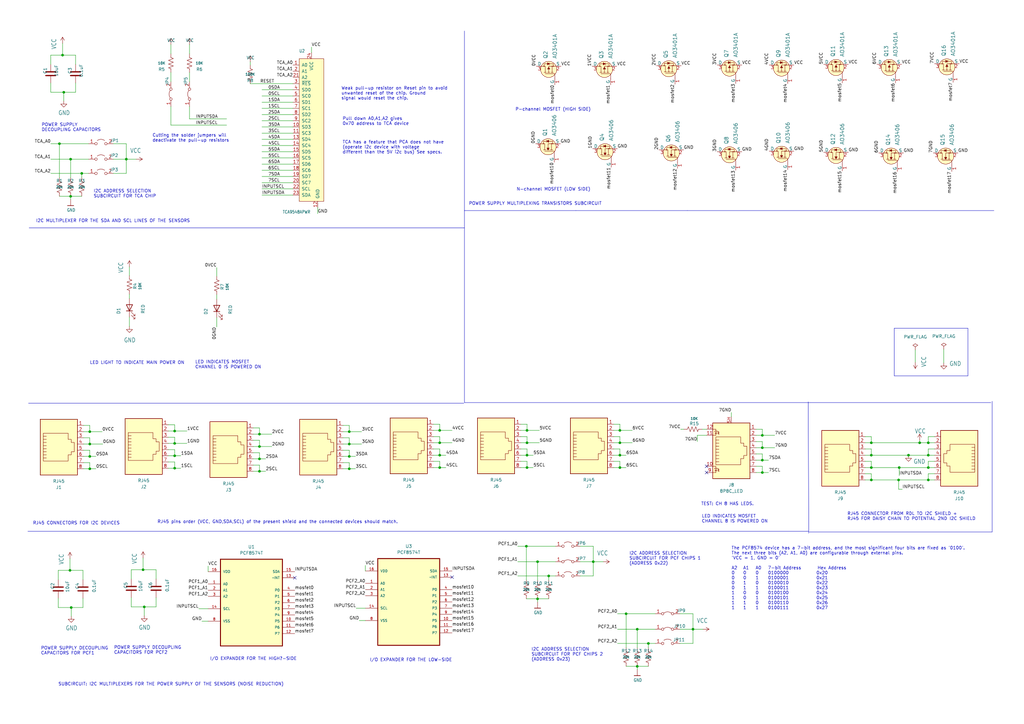
<source format=kicad_sch>
(kicad_sch (version 20230121) (generator eeschema)
  (paper "A3")
  (title_block (title "WIRED PROJECT - I2C SHIELD") (date "2024-03-15") (rev "RevA4") (company "JERICHO LABORATORY INC."))
  (junction (at 357.378 191.77))
  (junction (at 312.674 183.642))
  (junction (at 216.154 191.77))
  (junction (at 29.21 249.174))
  (junction (at 26.162 37.846))
  (junction (at 59.182 248.92))
  (junction (at 36.83 187.198))
  (junction (at 51.816 65.278))
  (junction (at 24.384 58.928))
  (junction (at 71.628 176.784))
  (junction (at 357.378 181.61))
  (junction (at 254.254 186.69))
  (junction (at 380.746 181.61))
  (junction (at 106.426 188.214))
  (junction (at 58.674 233.68))
  (junction (at 36.83 182.118))
  (junction (at 28.956 65.278))
  (junction (at 377.19 181.61))
  (junction (at 265.938 263.906))
  (junction (at 28.702 233.934))
  (junction (at 25.654 22.606))
  (junction (at 225.044 236.22))
  (junction (at 33.528 71.12))
  (junction (at 256.794 251.714))
  (junction (at 368.808 191.77))
  (junction (at 368.554 196.85))
  (junction (at 261.366 273.304))
  (junction (at 106.426 193.294))
  (junction (at 380.746 196.85))
  (junction (at 143.256 177.038))
  (junction (at 261.366 258.064))
  (junction (at 312.674 188.722))
  (junction (at 380.746 186.69))
  (junction (at 180.34 181.61))
  (junction (at 284.226 258.064))
  (junction (at 312.674 178.562))
  (junction (at 71.628 192.024))
  (junction (at 143.256 192.278))
  (junction (at 357.378 196.85))
  (junction (at 28.956 80.518))
  (junction (at 372.618 186.69))
  (junction (at 254.254 191.77))
  (junction (at 312.674 193.802))
  (junction (at 215.9 224.028))
  (junction (at 71.628 181.864))
  (junction (at 254.254 176.53))
  (junction (at 180.34 176.53))
  (junction (at 71.628 186.944))
  (junction (at 180.34 191.77))
  (junction (at 143.256 182.118))
  (junction (at 254.254 181.61))
  (junction (at 220.472 230.378))
  (junction (at 106.426 183.134))
  (junction (at 243.332 230.378))
  (junction (at 36.83 192.278))
  (junction (at 220.472 245.618))
  (junction (at 216.154 181.61))
  (junction (at 180.34 186.69))
  (junction (at 357.378 186.69))
  (junction (at 216.154 176.53))
  (junction (at 36.83 177.038))
  (junction (at 380.746 191.77))
  (junction (at 143.256 187.198))
  (junction (at 216.154 186.69))
  (junction (at 106.426 178.054))
  (no_connect (at 120.904 236.982))
  (no_connect (at 289.814 191.262))
  (no_connect (at 289.814 193.802))
  (no_connect (at 185.42 236.728))
  (wire (pts (xy 20.828 58.928) (xy 24.384 58.928)))
  (wire (pts (xy 368.808 195.072) (xy 368.808 191.77)))
  (wire (pts (xy 377.19 181.61) (xy 380.746 181.61)))
  (polyline (pts (xy 331.978 218.186) (xy 406.908 218.186)))
  (wire (pts (xy 383.286 191.77) (xy 380.746 191.77)))
  (wire (pts (xy 29.21 249.174) (xy 34.036 249.174)))
  (wire (pts (xy 92.964 48.768) (xy 77.724 48.768)))
  (wire (pts (xy 33.528 71.12) (xy 36.322 71.12)))
  (wire (pts (xy 28.956 80.518) (xy 28.956 81.788)))
  (wire (pts (xy 46.482 65.278) (xy 51.816 65.278)))
  (wire (pts (xy 20.828 34.036) (xy 20.828 37.846)))
  (polyline (pts (xy 190.5 86.36) (xy 190.5 165.1)))
  (wire (pts (xy 380.746 186.69) (xy 380.746 184.15)))
  (wire (pts (xy 383.286 181.61) (xy 380.746 181.61)))
  (wire (pts (xy 103.886 193.294) (xy 106.426 193.294)))
  (wire (pts (xy 34.036 237.744) (xy 34.036 233.934)))
  (wire (pts (xy 216.154 186.69) (xy 216.154 184.15)))
  (wire (pts (xy 375.412 143.51) (xy 375.412 148.59)))
  (wire (pts (xy 143.256 182.118) (xy 148.336 182.118)))
  (wire (pts (xy 107.442 72.39) (xy 120.142 72.39)))
  (wire (pts (xy 278.892 258.064) (xy 284.226 258.064)))
  (wire (pts (xy 357.378 181.61) (xy 377.19 181.61)))
  (wire (pts (xy 81.534 249.682) (xy 85.344 249.682)))
  (wire (pts (xy 284.226 263.906) (xy 278.892 263.906)))
  (polyline (pts (xy 11.684 165.354) (xy 190.246 165.354)))
  (wire (pts (xy 92.964 51.308) (xy 70.104 51.308)))
  (wire (pts (xy 103.886 183.134) (xy 106.426 183.134)))
  (wire (pts (xy 237.998 230.378) (xy 243.332 230.378)))
  (wire (pts (xy 212.344 236.22) (xy 225.044 236.22)))
  (wire (pts (xy 107.442 67.31) (xy 120.142 67.31)))
  (wire (pts (xy 34.036 233.934) (xy 28.702 233.934)))
  (polyline (pts (xy 190.5 12.7) (xy 190.5 86.36)))
  (wire (pts (xy 357.378 196.85) (xy 357.378 194.31)))
  (wire (pts (xy 140.716 179.578) (xy 143.256 179.578)))
  (wire (pts (xy 28.956 80.518) (xy 33.528 80.518)))
  (wire (pts (xy 357.378 186.69) (xy 357.378 184.15)))
  (wire (pts (xy 71.628 181.864) (xy 71.628 179.324)))
  (wire (pts (xy 243.332 230.378) (xy 247.396 230.378)))
  (wire (pts (xy 383.286 196.85) (xy 380.746 196.85)))
  (wire (pts (xy 180.34 186.69) (xy 182.88 186.69)))
  (wire (pts (xy 368.554 196.85) (xy 380.746 196.85)))
  (wire (pts (xy 312.674 183.642) (xy 312.674 181.102)))
  (wire (pts (xy 106.426 183.134) (xy 111.506 183.134)))
  (wire (pts (xy 237.998 224.028) (xy 243.332 224.028)))
  (wire (pts (xy 254.254 186.69) (xy 254.254 184.15)))
  (wire (pts (xy 106.426 190.754) (xy 103.886 190.754)))
  (wire (pts (xy 107.442 69.85) (xy 120.142 69.85)))
  (wire (pts (xy 34.036 249.174) (xy 34.036 245.364)))
  (wire (pts (xy 107.442 36.83) (xy 120.142 36.83)))
  (wire (pts (xy 177.8 191.77) (xy 180.34 191.77)))
  (wire (pts (xy 140.716 192.278) (xy 143.256 192.278)))
  (wire (pts (xy 279.146 176.022) (xy 280.416 176.022)))
  (wire (pts (xy 357.378 181.61) (xy 357.378 179.07)))
  (wire (pts (xy 103.886 188.214) (xy 106.426 188.214)))
  (wire (pts (xy 254.254 184.15) (xy 251.714 184.15)))
  (wire (pts (xy 286.004 181.102) (xy 286.004 178.562)))
  (wire (pts (xy 103.886 178.054) (xy 106.426 178.054)))
  (polyline (pts (xy 406.908 164.592) (xy 406.908 218.186)))
  (wire (pts (xy 180.34 189.23) (xy 177.8 189.23)))
  (wire (pts (xy 216.154 191.77) (xy 216.154 189.23)))
  (wire (pts (xy 28.702 229.108) (xy 28.702 233.934)))
  (wire (pts (xy 243.332 230.378) (xy 243.332 236.22)))
  (wire (pts (xy 33.528 71.12) (xy 33.528 72.898)))
  (wire (pts (xy 251.714 176.53) (xy 254.254 176.53)))
  (wire (pts (xy 107.442 39.37) (xy 120.142 39.37)))
  (wire (pts (xy 107.442 80.01) (xy 120.142 80.01)))
  (wire (pts (xy 284.226 258.064) (xy 288.29 258.064)))
  (wire (pts (xy 69.088 181.864) (xy 71.628 181.864)))
  (wire (pts (xy 220.472 230.378) (xy 227.838 230.378)))
  (wire (pts (xy 354.838 181.61) (xy 357.378 181.61)))
  (wire (pts (xy 71.628 186.944) (xy 71.628 184.404)))
  (wire (pts (xy 34.29 192.278) (xy 36.83 192.278)))
  (wire (pts (xy 30.988 37.846) (xy 30.988 34.036)))
  (wire (pts (xy 354.838 191.77) (xy 357.378 191.77)))
  (wire (pts (xy 180.34 181.61) (xy 180.34 179.07)))
  (wire (pts (xy 107.442 62.23) (xy 120.142 62.23)))
  (wire (pts (xy 106.426 188.214) (xy 108.966 188.214)))
  (wire (pts (xy 380.746 194.31) (xy 383.286 194.31)))
  (wire (pts (xy 220.472 245.618) (xy 220.472 246.888)))
  (wire (pts (xy 127.762 19.304) (xy 127.762 21.59)))
  (wire (pts (xy 225.044 236.22) (xy 227.838 236.22)))
  (wire (pts (xy 216.154 176.53) (xy 221.234 176.53)))
  (wire (pts (xy 71.628 186.944) (xy 74.168 186.944)))
  (wire (pts (xy 284.226 258.064) (xy 284.226 263.906)))
  (wire (pts (xy 310.134 183.642) (xy 312.674 183.642)))
  (wire (pts (xy 312.674 188.722) (xy 315.214 188.722)))
  (wire (pts (xy 254.254 181.61) (xy 259.334 181.61)))
  (wire (pts (xy 59.182 248.92) (xy 59.182 252.476)))
  (wire (pts (xy 387.096 143.256) (xy 387.096 148.844)))
  (wire (pts (xy 180.34 191.77) (xy 182.88 191.77)))
  (wire (pts (xy 46.482 58.928) (xy 51.816 58.928)))
  (wire (pts (xy 215.9 237.998) (xy 215.9 224.028)))
  (wire (pts (xy 357.378 196.85) (xy 368.554 196.85)))
  (wire (pts (xy 180.34 184.15) (xy 177.8 184.15)))
  (wire (pts (xy 36.83 189.738) (xy 34.29 189.738)))
  (wire (pts (xy 225.044 236.22) (xy 225.044 237.998)))
  (wire (pts (xy 143.256 192.278) (xy 143.256 189.738)))
  (wire (pts (xy 102.616 25.4) (xy 102.616 26.67)))
  (wire (pts (xy 71.628 192.024) (xy 71.628 189.484)))
  (wire (pts (xy 312.674 191.262) (xy 310.134 191.262)))
  (wire (pts (xy 20.828 22.606) (xy 20.828 26.416)))
  (polyline (pts (xy 236.22 86.36) (xy 281.94 86.36)))
  (wire (pts (xy 147.32 254.508) (xy 149.86 254.508)))
  (wire (pts (xy 372.618 186.69) (xy 380.746 186.69)))
  (wire (pts (xy 36.83 187.198) (xy 36.83 184.658)))
  (wire (pts (xy 254.254 186.69) (xy 256.794 186.69)))
  (wire (pts (xy 213.614 186.69) (xy 216.154 186.69)))
  (wire (pts (xy 180.34 181.61) (xy 185.42 181.61)))
  (wire (pts (xy 140.716 182.118) (xy 143.256 182.118)))
  (wire (pts (xy 51.816 65.278) (xy 55.88 65.278)))
  (wire (pts (xy 53.848 233.68) (xy 53.848 237.49)))
  (wire (pts (xy 77.724 48.768) (xy 77.724 43.688)))
  (wire (pts (xy 71.628 184.404) (xy 69.088 184.404)))
  (wire (pts (xy 357.378 194.31) (xy 354.838 194.31)))
  (wire (pts (xy 30.988 26.416) (xy 30.988 22.606)))
  (wire (pts (xy 107.442 54.61) (xy 120.142 54.61)))
  (wire (pts (xy 357.378 191.77) (xy 368.808 191.77)))
  (wire (pts (xy 23.876 249.174) (xy 29.21 249.174)))
  (wire (pts (xy 103.886 180.594) (xy 106.426 180.594)))
  (wire (pts (xy 143.256 177.038) (xy 148.336 177.038)))
  (wire (pts (xy 28.702 233.934) (xy 23.876 233.934)))
  (wire (pts (xy 24.384 58.928) (xy 36.322 58.928)))
  (wire (pts (xy 71.628 176.784) (xy 76.708 176.784)))
  (wire (pts (xy 354.838 179.07) (xy 357.378 179.07)))
  (wire (pts (xy 256.794 251.714) (xy 268.732 251.714)))
  (wire (pts (xy 357.378 191.77) (xy 357.378 189.23)))
  (wire (pts (xy 34.29 177.038) (xy 36.83 177.038)))
  (wire (pts (xy 251.714 173.99) (xy 254.254 173.99)))
  (wire (pts (xy 254.254 176.53) (xy 254.254 173.99)))
  (wire (pts (xy 383.286 184.15) (xy 380.746 184.15)))
  (wire (pts (xy 220.472 230.378) (xy 220.472 237.998)))
  (wire (pts (xy 88.9 130.302) (xy 88.9 134.112)))
  (wire (pts (xy 77.724 29.718) (xy 77.724 33.528)))
  (wire (pts (xy 288.036 176.022) (xy 289.814 176.022)))
  (wire (pts (xy 36.83 187.198) (xy 39.37 187.198)))
  (wire (pts (xy 256.794 273.304) (xy 261.366 273.304)))
  (wire (pts (xy 286.004 178.562) (xy 289.814 178.562)))
  (wire (pts (xy 213.614 181.61) (xy 216.154 181.61)))
  (wire (pts (xy 36.83 182.118) (xy 36.83 179.578)))
  (wire (pts (xy 107.442 64.77) (xy 120.142 64.77)))
  (wire (pts (xy 23.876 245.364) (xy 23.876 249.174)))
  (wire (pts (xy 253.238 258.064) (xy 261.366 258.064)))
  (wire (pts (xy 102.616 34.29) (xy 120.142 34.29)))
  (wire (pts (xy 36.83 192.278) (xy 36.83 189.738)))
  (wire (pts (xy 261.366 273.304) (xy 261.366 274.574)))
  (wire (pts (xy 20.828 37.846) (xy 26.162 37.846)))
  (wire (pts (xy 310.134 193.802) (xy 312.674 193.802)))
  (wire (pts (xy 312.674 188.722) (xy 312.674 186.182)))
  (wire (pts (xy 69.088 192.024) (xy 71.628 192.024)))
  (wire (pts (xy 284.226 251.714) (xy 284.226 258.064)))
  (wire (pts (xy 312.674 186.182) (xy 310.134 186.182)))
  (wire (pts (xy 251.714 179.07) (xy 254.254 179.07)))
  (polyline (pts (xy 190.5 86.36) (xy 236.22 86.36)))
  (wire (pts (xy 20.828 65.278) (xy 28.956 65.278)))
  (wire (pts (xy 149.86 231.902) (xy 149.86 234.188)))
  (wire (pts (xy 177.8 179.07) (xy 180.34 179.07)))
  (wire (pts (xy 140.716 174.498) (xy 143.256 174.498)))
  (wire (pts (xy 254.254 181.61) (xy 254.254 179.07)))
  (wire (pts (xy 59.182 248.92) (xy 64.008 248.92)))
  (wire (pts (xy 36.83 184.658) (xy 34.29 184.658)))
  (polyline (pts (xy 281.94 86.36) (xy 407.67 86.36)))
  (wire (pts (xy 256.794 265.684) (xy 256.794 251.714)))
  (wire (pts (xy 53.086 130.048) (xy 53.086 133.858)))
  (wire (pts (xy 20.828 71.12) (xy 33.528 71.12)))
  (wire (pts (xy 36.83 177.038) (xy 36.83 174.498)))
  (wire (pts (xy 107.442 77.47) (xy 120.142 77.47)))
  (wire (pts (xy 261.366 273.304) (xy 265.938 273.304)))
  (wire (pts (xy 354.838 184.15) (xy 357.378 184.15)))
  (wire (pts (xy 383.286 179.07) (xy 380.746 179.07)))
  (wire (pts (xy 213.614 179.07) (xy 216.154 179.07)))
  (wire (pts (xy 212.344 224.028) (xy 215.9 224.028)))
  (wire (pts (xy 106.426 178.054) (xy 106.426 175.514)))
  (wire (pts (xy 213.614 173.99) (xy 216.154 173.99)))
  (wire (pts (xy 177.8 186.69) (xy 180.34 186.69)))
  (wire (pts (xy 71.628 189.484) (xy 69.088 189.484)))
  (wire (pts (xy 107.442 49.53) (xy 120.142 49.53)))
  (wire (pts (xy 53.086 120.65) (xy 53.086 122.428)))
  (wire (pts (xy 30.988 22.606) (xy 25.654 22.606)))
  (wire (pts (xy 24.384 80.518) (xy 28.956 80.518)))
  (wire (pts (xy 180.34 176.53) (xy 180.34 173.99)))
  (wire (pts (xy 278.892 251.714) (xy 284.226 251.714)))
  (wire (pts (xy 216.154 191.77) (xy 218.694 191.77)))
  (wire (pts (xy 58.674 228.854) (xy 58.674 233.68)))
  (wire (pts (xy 383.286 186.69) (xy 380.746 186.69)))
  (wire (pts (xy 180.34 191.77) (xy 180.34 189.23)))
  (wire (pts (xy 310.134 178.562) (xy 312.674 178.562)))
  (wire (pts (xy 106.426 178.054) (xy 111.506 178.054)))
  (wire (pts (xy 34.29 174.498) (xy 36.83 174.498)))
  (wire (pts (xy 140.716 177.038) (xy 143.256 177.038)))
  (wire (pts (xy 312.674 178.562) (xy 317.754 178.562)))
  (wire (pts (xy 213.614 191.77) (xy 216.154 191.77)))
  (wire (pts (xy 377.19 180.594) (xy 377.19 181.61)))
  (wire (pts (xy 77.724 18.288) (xy 77.724 22.098)))
  (wire (pts (xy 88.9 120.904) (xy 88.9 122.682)))
  (wire (pts (xy 130.302 87.63) (xy 130.302 85.09)))
  (wire (pts (xy 357.378 189.23) (xy 354.838 189.23)))
  (wire (pts (xy 69.088 174.244) (xy 71.628 174.244)))
  (wire (pts (xy 310.134 176.022) (xy 312.674 176.022)))
  (wire (pts (xy 70.104 18.288) (xy 70.104 22.098)))
  (wire (pts (xy 370.078 200.66) (xy 368.554 200.66)))
  (polyline (pts (xy 331.47 164.846) (xy 331.724 218.694)))
  (wire (pts (xy 107.442 52.07) (xy 120.142 52.07)))
  (wire (pts (xy 106.426 183.134) (xy 106.426 180.594)))
  (wire (pts (xy 254.254 191.77) (xy 254.254 189.23)))
  (wire (pts (xy 107.442 44.45) (xy 120.142 44.45)))
  (wire (pts (xy 107.442 57.15) (xy 120.142 57.15)))
  (wire (pts (xy 216.154 181.61) (xy 221.234 181.61)))
  (wire (pts (xy 53.848 248.92) (xy 59.182 248.92)))
  (wire (pts (xy 310.134 181.102) (xy 312.674 181.102)))
  (wire (pts (xy 107.442 74.93) (xy 120.142 74.93)))
  (wire (pts (xy 143.256 177.038) (xy 143.256 174.498)))
  (wire (pts (xy 180.34 176.53) (xy 185.42 176.53)))
  (wire (pts (xy 64.008 248.92) (xy 64.008 245.11)))
  (wire (pts (xy 53.086 109.474) (xy 53.086 113.03)))
  (wire (pts (xy 106.426 188.214) (xy 106.426 185.674)))
  (wire (pts (xy 107.442 59.69) (xy 120.142 59.69)))
  (wire (pts (xy 34.29 187.198) (xy 36.83 187.198)))
  (wire (pts (xy 85.344 232.156) (xy 85.344 234.442)))
  (wire (pts (xy 71.628 181.864) (xy 76.708 181.864)))
  (wire (pts (xy 64.008 233.68) (xy 58.674 233.68)))
  (wire (pts (xy 213.614 176.53) (xy 216.154 176.53)))
  (wire (pts (xy 36.83 192.278) (xy 39.37 192.278)))
  (wire (pts (xy 312.674 178.562) (xy 312.674 176.022)))
  (wire (pts (xy 312.674 193.802) (xy 315.214 193.802)))
  (wire (pts (xy 36.83 182.118) (xy 42.164 182.118)))
  (wire (pts (xy 215.9 224.028) (xy 227.838 224.028)))
  (wire (pts (xy 216.154 186.69) (xy 218.694 186.69)))
  (wire (pts (xy 64.008 237.49) (xy 64.008 233.68)))
  (wire (pts (xy 106.426 193.294) (xy 108.966 193.294)))
  (wire (pts (xy 53.848 245.11) (xy 53.848 248.92)))
  (wire (pts (xy 106.426 185.674) (xy 103.886 185.674)))
  (wire (pts (xy 261.366 258.064) (xy 261.366 265.684)))
  (wire (pts (xy 143.256 184.658) (xy 140.716 184.658)))
  (wire (pts (xy 82.804 254.762) (xy 85.344 254.762)))
  (wire (pts (xy 265.938 263.906) (xy 265.938 265.684)))
  (wire (pts (xy 243.332 236.22) (xy 237.998 236.22)))
  (wire (pts (xy 28.956 65.278) (xy 28.956 72.898)))
  (wire (pts (xy 254.254 176.53) (xy 259.334 176.53)))
  (wire (pts (xy 69.088 176.784) (xy 71.628 176.784)))
  (wire (pts (xy 29.21 249.174) (xy 29.21 252.73)))
  (wire (pts (xy 107.442 46.99) (xy 120.142 46.99)))
  (wire (pts (xy 34.29 179.578) (xy 36.83 179.578)))
  (wire (pts (xy 251.714 191.77) (xy 254.254 191.77)))
  (wire (pts (xy 251.714 186.69) (xy 254.254 186.69)))
  (wire (pts (xy 180.34 186.69) (xy 180.34 184.15)))
  (wire (pts (xy 215.9 245.618) (xy 220.472 245.618)))
  (wire (pts (xy 254.254 189.23) (xy 251.714 189.23)))
  (wire (pts (xy 380.746 191.77) (xy 380.746 189.23)))
  (wire (pts (xy 177.8 181.61) (xy 180.34 181.61)))
  (wire (pts (xy 143.256 189.738) (xy 140.716 189.738)))
  (wire (pts (xy 299.974 169.164) (xy 299.974 170.942)))
  (wire (pts (xy 380.746 189.23) (xy 383.286 189.23)))
  (wire (pts (xy 140.716 187.198) (xy 143.256 187.198)))
  (wire (pts (xy 51.816 58.928) (xy 51.816 65.278)))
  (wire (pts (xy 310.134 188.722) (xy 312.674 188.722)))
  (wire (pts (xy 24.384 72.898) (xy 24.384 58.928)))
  (wire (pts (xy 25.654 22.606) (xy 20.828 22.606)))
  (wire (pts (xy 103.886 175.514) (xy 106.426 175.514)))
  (wire (pts (xy 58.674 233.68) (xy 53.848 233.68)))
  (wire (pts (xy 71.628 192.024) (xy 74.168 192.024)))
  (wire (pts (xy 312.674 183.642) (xy 317.754 183.642)))
  (wire (pts (xy 380.746 181.61) (xy 380.746 179.07)))
  (polyline (pts (xy 11.938 93.472) (xy 190.5 93.472)))
  (wire (pts (xy 380.746 196.85) (xy 380.746 194.31)))
  (wire (pts (xy 254.254 191.77) (xy 256.794 191.77)))
  (wire (pts (xy 25.654 17.78) (xy 25.654 22.606)))
  (wire (pts (xy 243.332 224.028) (xy 243.332 230.378)))
  (wire (pts (xy 253.238 251.714) (xy 256.794 251.714)))
  (wire (pts (xy 69.088 179.324) (xy 71.628 179.324)))
  (wire (pts (xy 216.154 176.53) (xy 216.154 173.99)))
  (wire (pts (xy 88.9 109.728) (xy 88.9 113.284)))
  (wire (pts (xy 143.256 192.278) (xy 145.796 192.278)))
  (wire (pts (xy 28.956 65.278) (xy 36.322 65.278)))
  (wire (pts (xy 216.154 184.15) (xy 213.614 184.15)))
  (wire (pts (xy 146.05 249.428) (xy 149.86 249.428)))
  (wire (pts (xy 177.8 173.99) (xy 180.34 173.99)))
  (wire (pts (xy 143.256 187.198) (xy 145.796 187.198)))
  (wire (pts (xy 368.554 200.66) (xy 368.554 196.85)))
  (wire (pts (xy 177.8 176.53) (xy 180.34 176.53)))
  (wire (pts (xy 253.238 263.906) (xy 265.938 263.906)))
  (wire (pts (xy 106.426 193.294) (xy 106.426 190.754)))
  (wire (pts (xy 69.088 186.944) (xy 71.628 186.944)))
  (wire (pts (xy 265.938 263.906) (xy 268.732 263.906)))
  (wire (pts (xy 312.674 193.802) (xy 312.674 191.262)))
  (wire (pts (xy 216.154 181.61) (xy 216.154 179.07)))
  (wire (pts (xy 354.838 186.69) (xy 357.378 186.69)))
  (wire (pts (xy 354.838 196.85) (xy 357.378 196.85)))
  (polyline (pts (xy 11.43 217.932) (xy 331.724 217.932)))
  (wire (pts (xy 143.256 182.118) (xy 143.256 179.578)))
  (wire (pts (xy 26.162 37.846) (xy 26.162 41.402)))
  (wire (pts (xy 71.628 176.784) (xy 71.628 174.244)))
  (polyline (pts (xy 190.5 165.1) (xy 406.4 165.1)))
  (wire (pts (xy 368.808 191.77) (xy 380.746 191.77)))
  (wire (pts (xy 70.104 29.718) (xy 70.104 33.528)))
  (wire (pts (xy 212.344 230.378) (xy 220.472 230.378)))
  (wire (pts (xy 36.83 177.038) (xy 41.91 177.038)))
  (wire (pts (xy 357.378 186.69) (xy 372.618 186.69)))
  (wire (pts (xy 251.714 181.61) (xy 254.254 181.61)))
  (wire (pts (xy 34.29 182.118) (xy 36.83 182.118)))
  (wire (pts (xy 143.256 187.198) (xy 143.256 184.658)))
  (wire (pts (xy 51.816 71.12) (xy 46.482 71.12)))
  (wire (pts (xy 51.816 65.278) (xy 51.816 71.12)))
  (wire (pts (xy 23.876 233.934) (xy 23.876 237.744)))
  (wire (pts (xy 107.442 41.91) (xy 120.142 41.91)))
  (wire (pts (xy 220.472 245.618) (xy 225.044 245.618)))
  (wire (pts (xy 70.104 51.308) (xy 70.104 43.688)))
  (wire (pts (xy 261.366 258.064) (xy 268.732 258.064)))
  (wire (pts (xy 216.154 189.23) (xy 213.614 189.23)))
  (wire (pts (xy 26.162 37.846) (xy 30.988 37.846)))
  (rectangle (start 366.776 134.62) (end 397.002 154.178))
  (text "LED INDICATES MOSFET\nCHANNEL 8 IS POWERED ON" (at 287.782 214.63 0) (effects (font (size 1.27 1.27)) (justify left bottom)))
  (text "I/O EXPANDER FOR THE HIGH?-SIDE" (at 86.106 271.018 0) (effects (font (size 1.27 1.27)) (justify left bottom)))
  (text "Cutting the solder jumpers will \ndeactivate the pull-up resistors" (at 62.484 58.42 0) (effects (font (size 1.27 1.27)) (justify left bottom)))
  (text "RJ45 CONNECTOR FROM RDL TO I2C SHIELD +\nRJ45 FOR DAISY CHAIN TO POTENTIAL 2ND I2C SHIELD" (at 347.472 213.614 0) (effects (font (size 1.27 1.27)) (justify left bottom)))
  (text "LED LIGHT TO INDICATE MAIN POWER ON" (at 36.83 149.606 0) (effects (font (size 1.27 1.27)) (justify left bottom)))
  (text "I2C ADDRESS SELECTION \nSUBCIRCUIT FOR TCA CHIP" (at 38.354 81.28 0) (effects (font (size 1.27 1.27)) (justify left bottom)))
  (text "I2C MULTIPLEXER FOR THE SDA AND SCL LINES OF THE SENSORS" (at 14.732 91.44 0) (effects (font (size 1.27 1.27)) (justify left bottom)))
  (text "POWER SUPPLY \nDECOUPLING CAPACITORS" (at 17.018 54.102 0) (effects (font (size 1.27 1.27)) (justify left bottom)))
  (text "I2C ADDRESS SELECTION\nSUBCIRCUIT FOR PCF CHIPS 2\n(ADDRESS 0x23)" (at 217.932 271.272 0) (effects (font (size 1.27 1.27)) (justify left bottom)))
  (text "SUBCIRCUIT: I2C MULTIPLEXERS FOR THE POWER SUPPLY OF THE SENSORS (NOISE REDUCTION)" (at 23.876 281.432 0) (effects (font (size 1.27 1.27)) (justify left bottom)))
  (text "Weak pull-up resistor on Reset pin to avoid \nunwanted reset of the chip. Ground\nsignal would reset the chip." (at 139.954 41.148 0) (effects (font (size 1.27 1.27)) (justify left bottom)))
  (text "POWER SUPPLY DECOUPLING \nCAPACITORS FOR PCF2" (at 46.736 268.478 0) (effects (font (size 1.27 1.27)) (justify left bottom)))
  (text "POWER SUPPLY DECOUPLING \nCAPACITORS FOR PCF1" (at 16.764 268.732 0) (effects (font (size 1.27 1.27)) (justify left bottom)))
  (text "TCA has a feature that PCA does not have \n(operate i2c device with voltage \ndifferent than the 5V i2c bus) See specs." (at 140.462 63.246 0) (effects (font (size 1.27 1.27)) (justify left bottom)))
  (text "POWER SUPPLY MULTIPLEXING TRANSISTORS SUBCIRCUIT" (at 192.278 84.328 0) (effects (font (size 1.27 1.27)) (justify left bottom)))
  (text "I/O EXPANDER FOR THE LOW-SIDE" (at 151.638 271.526 0) (effects (font (size 1.27 1.27)) (justify left bottom)))
  (text "RJ45 pins order (VCC, GND,SDA,SCL) of the present shield and the connected devices should match." (at 64.516 214.884 0) (effects (font (size 1.27 1.27)) (justify left bottom)))
  (text "P-channel MOSFET (HIGH SIDE)" (at 211.328 45.72 0) (effects (font (size 1.27 1.27)) (justify left bottom)))
  (text "TEST: CH 8 HAS LEDS." (at 287.528 207.518 0) (effects (font (size 1.27 1.27)) (justify left bottom)))
  (text "LED INDICATES MOSFET\nCHANNEL 0 IS POWERED ON" (at 80.01 151.384 0) (effects (font (size 1.27 1.27)) (justify left bottom)))
  (text "RJ45 CONNECTORS FOR I2C DEVICES" (at 13.462 215.392 0) (effects (font (size 1.27 1.27)) (justify left bottom)))
  (text "N-channel MOSFET (LOW SIDE)" (at 211.836 78.486 0) (effects (font (size 1.27 1.27)) (justify left bottom)))
  (text "I2C ADDRESS SELECTION\nSUBCIRCUIT FOR PCF CHIPS 1\n(ADDRESS 0x22)" (at 258.064 231.902 0) (effects (font (size 1.27 1.27)) (justify left bottom)))
  (text "Pull down A0,A1,A2 gives \n0x70 address to TCA device" (at 140.462 51.562 0) (effects (font (size 1.27 1.27)) (justify left bottom)))
  (text "The PCF8574 device has a 7-bit address, and the most significant four bits are fixed as '0100'. \nThe next three bits (A2, A1, A0) are configurable through external pins.\n'VCC = 1, GND = 0'\n\nA2	A1	A0	7-bit Address	Hex Address\n0	0	0	0100000	          0x20\n0	0	1	0100001	          0x21\n0	1	0	0100010	          0x22\n0	1	1	0100011	          0x23\n1	0	0	0100100	          0x24\n1	0	1	0100101	          0x25\n1	1	0	0100110	          0x26\n1	1	1	0100111	          0x27" (at 299.974 250.19 0) (effects (font (size 1.27 1.27)) (justify left bottom)))
  (label "7SCL" (at 315.214 193.802 0))
  (label "mosfet16" (at 368.046 70.358 270))
  (label "GND" (at 130.302 87.63 0))
  (label "mosfet3" (at 301.752 34.29 270))
  (label "VCC" (at 279.4 26.924 0) (effects (font (size 1.2446 1.2446))))
  (label "5VCC" (at 221.234 176.53 0) (effects (font (size 1.2446 1.2446))))
  (label "mosfet2" (at 276.86 34.544 270))
  (label "0VCC" (at 41.91 177.038 0) (effects (font (size 1.2446 1.2446))))
  (label "PCF1_A1" (at 85.344 242.062 180) (effects (font (size 1.2446 1.2446))))
  (label "4GND" (at 315.468 61.976 90) (effects (font (size 1.2446 1.2446))))
  (label "PCF2_A1" (at 253.238 258.064 180) (effects (font (size 1.2446 1.2446))))
  (label "mosfet14" (at 185.42 251.968 0))
  (label "6VCC" (at 259.334 176.53 0) (effects (font (size 1.2446 1.2446))))
  (label "1SDA" (at 109.982 41.91 0) (effects (font (size 1.2446 1.2446))))
  (label "PCF2_A0" (at 253.238 251.714 180) (effects (font (size 1.2446 1.2446))))
  (label "5GND" (at 337.82 62.484 90) (effects (font (size 1.2446 1.2446))))
  (label "INPUTSCL" (at 107.442 77.47 0))
  (label "3VCC" (at 148.336 177.038 0) (effects (font (size 1.2446 1.2446))))
  (label "2SDA" (at 108.966 188.214 0))
  (label "RESET" (at 106.68 34.29 0) (effects (font (size 1.2446 1.2446))))
  (label "2GND" (at 270.256 61.468 90) (effects (font (size 1.2446 1.2446))))
  (label "mosfet3" (at 120.904 249.682 0))
  (label "4VCC" (at 315.468 26.67 90))
  (label "7SCL" (at 109.982 74.93 0) (effects (font (size 1.2446 1.2446))))
  (label "mosfet13" (at 301.752 69.85 270))
  (label "mosfet14" (at 323.088 69.596 270))
  (label "mosfet10" (at 185.42 241.808 0))
  (label "VCC" (at 252.984 27.178 0) (effects (font (size 1.2446 1.2446))))
  (label "0SCL" (at 109.982 39.37 0) (effects (font (size 1.2446 1.2446))))
  (label "7VCC" (at 383.286 26.162 90))
  (label "PCF1_A1" (at 212.344 230.378 180) (effects (font (size 1.2446 1.2446))))
  (label "6SCL" (at 109.982 69.85 0) (effects (font (size 1.2446 1.2446))))
  (label "1GND" (at 243.078 60.96 90) (effects (font (size 1.2446 1.2446))))
  (label "PCF1_A2" (at 212.344 236.22 180) (effects (font (size 1.2446 1.2446))))
  (label "5SCL" (at 218.694 191.77 0))
  (label "PCF2_A1" (at 149.86 241.808 180) (effects (font (size 1.2446 1.2446))))
  (label "mosfet1" (at 250.444 34.798 270))
  (label "TCA_A1" (at 20.828 65.278 180) (effects (font (size 1.2446 1.2446))))
  (label "1VCC" (at 76.708 176.784 0) (effects (font (size 1.2446 1.2446))))
  (label "mosfet4" (at 120.904 252.222 0))
  (label "5SDA" (at 218.694 186.69 0))
  (label "mosfet12" (at 277.876 69.088 270))
  (label "mosfet11" (at 185.42 244.348 0))
  (label "INPUTSDA" (at 107.442 80.01 0))
  (label "3SCL" (at 145.796 192.278 0))
  (label "TCA_A0" (at 120.142 26.67 180) (effects (font (size 1.2446 1.2446))))
  (label "mosfet10" (at 227.33 66.548 270))
  (label "TCA_A2" (at 120.142 31.75 180) (effects (font (size 1.2446 1.2446))))
  (label "VCC" (at 85.344 232.156 0))
  (label "0SCL" (at 39.37 192.278 0))
  (label "1SCL" (at 74.168 192.024 0))
  (label "GND" (at 253.238 60.96 0))
  (label "VCC" (at 369.824 26.416 0) (effects (font (size 1.2446 1.2446))))
  (label "GND" (at 304.292 62.23 0))
  (label "2VCC" (at 111.506 178.054 0) (effects (font (size 1.2446 1.2446))))
  (label "INPUTSCL" (at 80.264 51.308 0) (effects (font (size 1.2446 1.2446))))
  (label "mosfet0" (at 227.584 34.798 270))
  (label "1SDA" (at 74.168 186.944 0))
  (label "3GND" (at 294.132 62.23 90) (effects (font (size 1.2446 1.2446))))
  (label "mosfet12" (at 185.42 246.888 0))
  (label "0SDA" (at 109.982 36.83 0) (effects (font (size 1.2446 1.2446))))
  (label "GND" (at 147.32 254.508 180))
  (label "mosfet17" (at 185.42 259.588 0))
  (label "VCC" (at 393.446 26.162 0) (effects (font (size 1.2446 1.2446))))
  (label "PCF2_A0" (at 149.86 239.268 180) (effects (font (size 1.2446 1.2446))))
  (label "mosfet13" (at 185.42 249.428 0))
  (label "GND" (at 280.416 61.468 0))
  (label "3SCL" (at 109.982 54.61 0) (effects (font (size 1.2446 1.2446))))
  (label "mosfet6" (at 367.284 34.036 270))
  (label "mosfet0" (at 120.904 242.062 0))
  (label "mosfet7" (at 390.906 33.782 270))
  (label "0GND" (at 219.71 58.928 90) (effects (font (size 1.2446 1.2446))))
  (label "0VCC" (at 88.9 109.728 180) (effects (font (size 1.2446 1.2446))))
  (label "2VCC" (at 269.24 26.924 90))
  (label "INPUTSCL" (at 146.05 249.428 180))
  (label "mosfet2" (at 120.904 247.142 0))
  (label "4VCC" (at 185.42 176.53 0) (effects (font (size 1.2446 1.2446))))
  (label "GND" (at 370.586 62.738 0))
  (label "0VCC" (at 219.964 27.178 90) (effects (font (size 1.2446 1.2446))))
  (label "2GND" (at 111.506 183.134 0) (effects (font (size 1.2446 1.2446))))
  (label "7VCC" (at 317.754 178.562 0) (effects (font (size 1.2446 1.2446))))
  (label "0SDA" (at 39.37 187.198 0))
  (label "INPUTSDA" (at 185.42 234.188 0))
  (label "2SDA" (at 109.982 46.99 0) (effects (font (size 1.2446 1.2446))))
  (label "3GND" (at 148.336 182.118 0) (effects (font (size 1.2446 1.2446))))
  (label "mosfet15" (at 185.42 254.508 0))
  (label "4GND" (at 185.42 181.61 0) (effects (font (size 1.2446 1.2446))))
  (label "GND" (at 392.938 62.738 0))
  (label "0GND" (at 42.164 182.118 0) (effects (font (size 1.2446 1.2446))))
  (label "3SDA" (at 109.982 52.07 0) (effects (font (size 1.2446 1.2446))))
  (label "TCA_A1" (at 120.142 29.21 180) (effects (font (size 1.2446 1.2446))))
  (label "mosfet4" (at 323.088 34.29 270))
  (label "mosfet5" (at 345.44 34.036 270))
  (label "INPUTSCL" (at 370.078 200.66 0))
  (label "PCF1_A0" (at 85.344 239.522 180) (effects (font (size 1.2446 1.2446))))
  (label "6GND" (at 360.426 62.738 90) (effects (font (size 1.2446 1.2446))))
  (label "7GND" (at 317.754 183.642 0) (effects (font (size 1.2446 1.2446))))
  (label "TCA_A0" (at 20.828 58.928 180) (effects (font (size 1.2446 1.2446))))
  (label "3VCC" (at 294.132 26.67 90))
  (label "GND" (at 229.87 58.928 0))
  (label "VCC" (at 230.124 27.178 0))
  (label "1GND" (at 76.708 181.864 0) (effects (font (size 1.2446 1.2446))))
  (label "PCF1_A0" (at 212.344 224.028 180) (effects (font (size 1.2446 1.2446))))
  (label "6SCL" (at 256.794 191.77 0))
  (label "INPUTSDA" (at 120.904 234.442 0))
  (label "7VCC" (at 279.146 176.022 180) (effects (font (size 1.2446 1.2446))))
  (label "PCF1_A2" (at 85.344 244.602 180) (effects (font (size 1.2446 1.2446))))
  (label "6SDA" (at 109.982 67.31 0) (effects (font (size 1.2446 1.2446))))
  (label "INPUTSDA" (at 368.808 195.072 0))
  (label "mosfet17" (at 390.398 70.358 270))
  (label "7GND" (at 382.778 62.738 90) (effects (font (size 1.2446 1.2446))))
  (label "mosfet7" (at 120.904 259.842 0))
  (label "GND" (at 325.628 61.976 0))
  (label "INPUTSDA" (at 80.264 48.768 0) (effects (font (size 1.2446 1.2446))))
  (label "7SDA" (at 315.214 188.722 0))
  (label "5SDA" (at 109.982 62.23 0) (effects (font (size 1.2446 1.2446))))
  (label "6SDA" (at 256.794 186.69 0))
  (label "GND" (at 347.98 62.484 0))
  (label "5GND" (at 221.234 181.61 0) (effects (font (size 1.2446 1.2446))))
  (label "1VCC" (at 242.824 27.178 90))
  (label "0GND" (at 88.9 134.112 270) (effects (font (size 1.2446 1.2446))))
  (label "7SDA" (at 109.982 72.39 0) (effects (font (size 1.2446 1.2446))))
  (label "mosfet5" (at 120.904 254.762 0))
  (label "INPUTSCL" (at 81.534 249.682 180))
  (label "5VCC" (at 337.82 26.416 90))
  (label "mosfet11" (at 250.698 68.58 270))
  (label "4SDA" (at 109.982 57.15 0) (effects (font (size 1.2446 1.2446))))
  (label "4SCL" (at 182.88 191.77 0))
  (label "VCC" (at 149.86 231.902 0))
  (label "mosfet15" (at 345.44 70.104 270))
  (label "VCC" (at 127.762 19.304 0))
  (label "7GND" (at 299.974 169.164 180) (effects (font (size 1.2446 1.2446))))
  (label "GND" (at 82.804 254.762 180))
  (label "VCC" (at 304.292 26.67 0) (effects (font (size 1.2446 1.2446))))
  (label "2SCL" (at 108.966 193.294 0))
  (label "PCF2_A2" (at 149.86 244.348 180) (effects (font (size 1.2446 1.2446))))
  (label "4SDA" (at 182.88 186.69 0))
  (label "3SDA" (at 145.796 187.198 0))
  (label "5SCL" (at 109.982 64.77 0) (effects (font (size 1.2446 1.2446))))
  (label "7GND" (at 286.004 181.102 180) (effects (font (size 1.2446 1.2446))))
  (label "PCF2_A2" (at 253.238 263.906 180) (effects (font (size 1.2446 1.2446))))
  (label "mosfet1" (at 120.904 244.602 0))
  (label "4SCL" (at 109.982 59.69 0) (effects (font (size 1.2446 1.2446))))
  (label "mosfet16" (at 185.42 257.048 0))
  (label "2SCL" (at 109.982 49.53 0) (effects (font (size 1.2446 1.2446))))
  (label "VCC" (at 347.98 26.416 0) (effects (font (size 1.2446 1.2446))))
  (label "1SCL" (at 109.982 44.45 0) (effects (font (size 1.2446 1.2446))))
  (label "mosfet6" (at 120.904 257.302 0))
  (label "6GND" (at 259.334 181.61 0) (effects (font (size 1.2446 1.2446))))
  (label "6VCC" (at 359.664 26.416 90))
  (label "VCC" (at 325.628 26.67 0) (effects (font (size 1.2446 1.2446))))
  (label "TCA_A2" (at 20.828 71.12 180) (effects (font (size 1.2446 1.2446))))
  (symbol (lib_id "PCF8574T:PCF8574T") (at 167.64 244.348 0) (unit 1)
    (property "Reference" "U3" (at 167.64 224.028 0))
    (property "Value" "PCF8574T" (at 167.64 226.568 0))
    (property "Footprint" "SOIC127P1032X265-16N" (effects hide))
    (property "SUPPLIER" "NXP" (effects hide))
    (property "MPN" "PCF8574T" (effects hide))
    (property "OC_NEWARK" "11N8514" (effects hide))
    (property "OC_FARNELL" "-" (effects hide))
    (property "PACKAGE" "SOIC-16" (effects hide))
    (property "LCSC" "C2987288" (effects hide))
  )
  (symbol (lib_id "Device:R_US") (at 28.956 76.708 0) (unit 1)
    (property "Reference" "R2" (at 28.956 74.168 0))
    (property "Value" "20k" (at 28.956 76.708 0) (effects (font (size 1.016 1.016) bold)))
    (property "Footprint" "Resistor_SMD:R_0805_2012Metric" (effects hide))
    (property "LCSC" "C4328" (effects hide))
  )
  (symbol (lib_id "dk_Transistors-FETs-MOSFETs-Single:2N7002") (at 365.506 62.738 90) (unit 1)
    (property "Reference" "Q14" (at 364.236 59.69 0) (effects (font (size 1.524 1.524)) (justify left)))
    (property "Value" "AO3406" (at 368.046 59.69 0) (effects (font (size 1.524 1.524)) (justify left)))
    (property "Footprint" "digikey-footprints:SOT-23-3" (effects hide))
    (property "Datasheet" "https://www.onsemi.com/pub/Collateral/NDS7002A-D.PDF" (effects hide))
    (property "Digi-Key_PN" "2N7002NCT-ND" (effects hide))
    (property "MPN" "2N7002" (effects hide))
    (property "Category" "Discrete Semiconductor Products" (effects hide))
    (property "Family" "Transistors - FETs, MOSFETs - Single" (effects hide))
    (property "DK_Datasheet_Link" "https://www.onsemi.com/pub/Collateral/NDS7002A-D.PDF" (effects hide))
    (property "DK_Detail_Page" "/product-detail/en/on-semiconductor/2N7002/2N7002NCT-ND/244664" (effects hide))
    (property "Description" "MOSFET N-CH 60V 115MA SOT-23" (effects hide))
    (property "Manufacturer" "ON Semiconductor" (effects hide))
    (property "Status" "Active" (effects hide))
    (property "LCSC" "C20917" (effects hide))
  )
  (symbol (lib_id "power:VCC") (at 288.29 258.064 270) (unit 1)
    (property "Reference" "#P+010" (effects hide))
    (property "Value" "VCC" (at 285.75 255.524 90) (effects (font (size 1.778 1.5113)) (justify left bottom)))
    (property "Footprint" "Adafruit LTC4311 I2C Extender:" (effects hide))
  )
  (symbol (lib_id "Device:C") (at 23.876 241.554 0) (unit 1)
    (property "Reference" "C2" (at 21.586 240.304 90))
    (property "Value" "10uF" (at 27.686 240.538 90))
    (property "Footprint" "Capacitor_SMD:C_0805_2012Metric" (effects hide))
    (property "LCSC" "C15850" (effects hide))
  )
  (symbol (lib_id "Jumper:Jumper_2_Bridged") (at 273.812 251.714 0) (unit 1)
    (property "Reference" "JP9" (at 281.178 250.444 0) (effects (justify right)))
    (property "Value" "Jumper_2_Bridged" (effects hide))
    (property "Footprint" "custom_KiCAD_footprints:SolderJumper-2_P1.3mm_Bridged_Pad1.0x1.5mm-Edited" (effects hide))
  )
  (symbol (lib_id "Device:C") (at 53.848 241.3 0) (unit 1)
    (property "Reference" "C5" (at 51.558 240.05 90))
    (property "Value" "10uF" (at 57.658 240.284 90))
    (property "Footprint" "Capacitor_SMD:C_0805_2012Metric" (effects hide))
    (property "LCSC" "C15850" (effects hide))
  )
  (symbol (lib_id "dk_Transistors-FETs-MOSFETs-Single:2N7002") (at 224.79 58.928 90) (unit 1)
    (property "Reference" "Q1" (at 223.52 55.88 0) (effects (font (size 1.524 1.524)) (justify left)))
    (property "Value" "AO3406" (at 227.33 55.88 0) (effects (font (size 1.524 1.524)) (justify left)))
    (property "Footprint" "digikey-footprints:SOT-23-3" (effects hide))
    (property "Datasheet" "https://www.onsemi.com/pub/Collateral/NDS7002A-D.PDF" (effects hide))
    (property "Digi-Key_PN" "2N7002NCT-ND" (effects hide))
    (property "MPN" "2N7002" (effects hide))
    (property "Category" "Discrete Semiconductor Products" (effects hide))
    (property "Family" "Transistors - FETs, MOSFETs - Single" (effects hide))
    (property "DK_Datasheet_Link" "https://www.onsemi.com/pub/Collateral/NDS7002A-D.PDF" (effects hide))
    (property "DK_Detail_Page" "/product-detail/en/on-semiconductor/2N7002/2N7002NCT-ND/244664" (effects hide))
    (property "Description" "MOSFET N-CH 60V 115MA SOT-23" (effects hide))
    (property "Manufacturer" "ON Semiconductor" (effects hide))
    (property "Status" "Active" (effects hide))
    (property "LCSC" "C20917" (effects hide))
  )
  (symbol (lib_id "dk_Transistors-FETs-MOSFETs-Single:AO3401A") (at 342.9 26.416 90) (unit 1)
    (property "Reference" "Q11" (at 341.63 23.368 0) (effects (font (size 1.524 1.524)) (justify left)))
    (property "Value" "AO3401A" (at 345.44 23.368 0) (effects (font (size 1.524 1.524)) (justify left)))
    (property "Footprint" "digikey-footprints:SOT-23-3" (effects hide))
    (property "Datasheet" "http://aosmd.com/res/data_sheets/AO3401A.pdf" (effects hide))
    (property "Digi-Key_PN" "785-1001-1-ND" (effects hide))
    (property "MPN" "AO3401A" (effects hide))
    (property "Category" "Discrete Semiconductor Products" (effects hide))
    (property "Family" "Transistors - FETs, MOSFETs - Single" (effects hide))
    (property "DK_Datasheet_Link" "http://aosmd.com/res/data_sheets/AO3401A.pdf" (effects hide))
    (property "DK_Detail_Page" "/product-detail/en/alpha-omega-semiconductor-inc/AO3401A/785-1001-1-ND/1855943" (effects hide))
    (property "Description" "MOSFET P-CH 30V 4A SOT23" (effects hide))
    (property "Manufacturer" "Alpha & Omega Semiconductor Inc." (effects hide))
    (property "Status" "Active" (effects hide))
    (property "LCSC" "C15127" (effects hide))
  )
  (symbol (lib_id "Connector:RJ45") (at 241.554 181.61 0) (mirror x) (unit 1)
    (property "Reference" "J7" (at 241.554 199.39 0))
    (property "Value" "RJ45" (at 241.554 196.85 0))
    (property "Footprint" "RJ45_Amphenol_54602-x08_Horizontal" (effects hide))
    (property "LCSC" "C3000197" (effects hide))
  )
  (symbol (lib_id "power:PWR_FLAG") (at 375.412 143.51 0) (unit 1)
    (property "Reference" "#FLG01" (effects hide))
    (property "Value" "PWR_FLAG" (at 375.412 138.176 0))
  )
  (symbol (lib_id "dk_Transistors-FETs-MOSFETs-Single:AO3401A") (at 299.212 26.67 90) (unit 1)
    (property "Reference" "Q7" (at 297.942 23.622 0) (effects (font (size 1.524 1.524)) (justify left)))
    (property "Value" "AO3401A" (at 301.752 23.622 0) (effects (font (size 1.524 1.524)) (justify left)))
    (property "Footprint" "digikey-footprints:SOT-23-3" (effects hide))
    (property "Datasheet" "http://aosmd.com/res/data_sheets/AO3401A.pdf" (effects hide))
    (property "Digi-Key_PN" "785-1001-1-ND" (effects hide))
    (property "MPN" "AO3401A" (effects hide))
    (property "Category" "Discrete Semiconductor Products" (effects hide))
    (property "Family" "Transistors - FETs, MOSFETs - Single" (effects hide))
    (property "DK_Datasheet_Link" "http://aosmd.com/res/data_sheets/AO3401A.pdf" (effects hide))
    (property "DK_Detail_Page" "/product-detail/en/alpha-omega-semiconductor-inc/AO3401A/785-1001-1-ND/1855943" (effects hide))
    (property "Description" "MOSFET P-CH 30V 4A SOT23" (effects hide))
    (property "Manufacturer" "Alpha & Omega Semiconductor Inc." (effects hide))
    (property "Status" "Active" (effects hide))
    (property "LCSC" "C15127" (effects hide))
  )
  (symbol (lib_id "power:VCC") (at 28.702 229.108 0) (unit 1)
    (property "Reference" "#P+02" (effects hide))
    (property "Value" "VCC" (at 26.162 231.648 90) (effects (font (size 1.778 1.5113)) (justify left bottom)))
    (property "Footprint" "Adafruit LTC4311 I2C Extender:" (effects hide))
  )
  (symbol (lib_id "Connector:RJ45") (at 167.64 181.61 0) (mirror x) (unit 1)
    (property "Reference" "J5" (at 167.64 199.39 0))
    (property "Value" "RJ45" (at 167.64 196.85 0))
    (property "Footprint" "RJ45_Amphenol_54602-x08_Horizontal" (effects hide))
    (property "LCSC" "C3000197" (effects hide))
  )
  (symbol (lib_id "Jumper:Jumper_2_Bridged") (at 232.918 230.378 0) (unit 1)
    (property "Reference" "JP7" (at 240.284 229.108 0) (effects (justify right)))
    (property "Value" "Jumper_2_Bridged" (effects hide))
    (property "Footprint" "custom_KiCAD_footprints:SolderJumper-2_P1.3mm_Bridged_Pad1.0x1.5mm-Edited" (effects hide))
  )
  (symbol (lib_id "dk_Transistors-FETs-MOSFETs-Single:AO3401A") (at 247.904 27.178 90) (unit 1)
    (property "Reference" "Q3" (at 246.634 24.13 0) (effects (font (size 1.524 1.524)) (justify left)))
    (property "Value" "AO3401A" (at 250.444 24.13 0) (effects (font (size 1.524 1.524)) (justify left)))
    (property "Footprint" "digikey-footprints:SOT-23-3" (effects hide))
    (property "Datasheet" "http://aosmd.com/res/data_sheets/AO3401A.pdf" (effects hide))
    (property "Digi-Key_PN" "785-1001-1-ND" (effects hide))
    (property "MPN" "AO3401A" (effects hide))
    (property "Category" "Discrete Semiconductor Products" (effects hide))
    (property "Family" "Transistors - FETs, MOSFETs - Single" (effects hide))
    (property "DK_Datasheet_Link" "http://aosmd.com/res/data_sheets/AO3401A.pdf" (effects hide))
    (property "DK_Detail_Page" "/product-detail/en/alpha-omega-semiconductor-inc/AO3401A/785-1001-1-ND/1855943" (effects hide))
    (property "Description" "MOSFET P-CH 30V 4A SOT23" (effects hide))
    (property "Manufacturer" "Alpha & Omega Semiconductor Inc." (effects hide))
    (property "Status" "Active" (effects hide))
    (property "LCSC" "C15127" (effects hide))
  )
  (symbol (lib_id "Jumper:Jumper_2_Open") (at 273.812 263.906 0) (unit 1)
    (property "Reference" "JP11" (at 280.924 262.382 0) (effects (justify right)))
    (property "Value" "Jumper_2_Bridged" (effects hide))
    (property "Footprint" "Jumper:SolderJumper-2_P1.3mm_Open_Pad1.0x1.5mm" (effects hide))
  )
  (symbol (lib_id "Device:C") (at 64.008 241.3 0) (unit 1)
    (property "Reference" "C6" (at 61.718 240.05 90))
    (property "Value" "0.1uF" (at 68.58 240.03 90))
    (property "Footprint" "Capacitor_SMD:C_0805_2012Metric" (effects hide))
    (property "LCSC" "C49678" (effects hide))
  )
  (symbol (lib_id "dk_Transistors-FETs-MOSFETs-Single:AO3401A") (at 274.32 26.924 90) (unit 1)
    (property "Reference" "Q5" (at 273.05 23.876 0) (effects (font (size 1.524 1.524)) (justify left)))
    (property "Value" "AO3401A" (at 276.86 23.876 0) (effects (font (size 1.524 1.524)) (justify left)))
    (property "Footprint" "digikey-footprints:SOT-23-3" (effects hide))
    (property "Datasheet" "http://aosmd.com/res/data_sheets/AO3401A.pdf" (effects hide))
    (property "Digi-Key_PN" "785-1001-1-ND" (effects hide))
    (property "MPN" "AO3401A" (effects hide))
    (property "Category" "Discrete Semiconductor Products" (effects hide))
    (property "Family" "Transistors - FETs, MOSFETs - Single" (effects hide))
    (property "DK_Datasheet_Link" "http://aosmd.com/res/data_sheets/AO3401A.pdf" (effects hide))
    (property "DK_Detail_Page" "/product-detail/en/alpha-omega-semiconductor-inc/AO3401A/785-1001-1-ND/1855943" (effects hide))
    (property "Description" "MOSFET P-CH 30V 4A SOT23" (effects hide))
    (property "Manufacturer" "Alpha & Omega Semiconductor Inc." (effects hide))
    (property "Status" "Active" (effects hide))
    (property "LCSC" "C15127" (effects hide))
  )
  (symbol (lib_id "Connector:RJ45") (at 93.726 183.134 0) (mirror x) (unit 1)
    (property "Reference" "J3" (at 93.726 200.914 0))
    (property "Value" "RJ45" (at 93.726 198.374 0))
    (property "Footprint" "RJ45_Amphenol_54602-x08_Horizontal" (effects hide))
    (property "LCSC" "C3000197" (effects hide))
  )
  (symbol (lib_id "Connector:RJ45") (at 24.13 182.118 0) (mirror x) (unit 1)
    (property "Reference" "J1" (at 24.13 199.898 0))
    (property "Value" "RJ45" (at 24.13 197.358 0))
    (property "Footprint" "RJ45_Amphenol_54602-x08_Horizontal" (effects hide))
    (property "LCSC" "C3000197" (effects hide))
  )
  (symbol (lib_id "power:PWR_FLAG") (at 387.096 143.256 0) (unit 1)
    (property "Reference" "#FLG02" (effects hide))
    (property "Value" "PWR_FLAG" (at 387.096 137.922 0))
  )
  (symbol (lib_id "Device:R_US") (at 261.366 269.494 0) (unit 1)
    (property "Reference" "R13" (at 261.366 266.954 0))
    (property "Value" "20k" (at 261.366 269.494 0) (effects (font (size 1.016 1.016) bold)))
    (property "Footprint" "Resistor_SMD:R_0805_2012Metric" (effects hide))
    (property "LCSC" "C4328" (effects hide))
  )
  (symbol (lib_id "power:GND") (at 29.21 252.73 0) (unit 1)
    (property "Reference" "#GND02" (effects hide))
    (property "Value" "GND" (at 26.924 258.572 0) (effects (font (size 1.778 1.5113)) (justify left bottom)))
    (property "Footprint" "Adafruit LTC4311 I2C Extender:" (effects hide))
  )
  (symbol (lib_id "power:GND") (at 372.618 186.69 0) (unit 1)
    (property "Reference" "#GND05" (effects hide))
    (property "Value" "GND" (at 374.65 190.246 0) (effects (font (size 1.778 1.5113)) (justify left bottom)))
    (property "Footprint" "Adafruit LTC4311 I2C Extender:" (effects hide))
  )
  (symbol (lib_id "Jumper:Jumper_2_Bridged") (at 77.724 38.608 90) (unit 1)
    (property "Reference" "JP5" (at 76.2 31.496 0) (effects (justify right)))
    (property "Value" "Jumper_2_Bridged" (effects hide))
    (property "Footprint" "Jumper:SolderJumper-2_P1.3mm_Bridged_Pad1.0x1.5mm" (effects hide))
  )
  (symbol (lib_id "Connector:RJ45") (at 344.678 186.69 0) (mirror x) (unit 1)
    (property "Reference" "J9" (at 344.678 204.47 0))
    (property "Value" "RJ45" (at 344.678 201.93 0))
    (property "Footprint" "RJ45_Amphenol_54602-x08_Horizontal" (effects hide))
    (property "LCSC" "C3000197" (effects hide))
    (property "Sim.Device" "V" (effects hide))
    (property "Sim.Type" "DC" (effects hide))
    (property "Sim.Pins" "1=+ 2=-" (effects hide))
  )
  (symbol (lib_id "Jumper:Jumper_2_Bridged") (at 70.104 38.608 90) (unit 1)
    (property "Reference" "JP4" (at 68.58 31.496 0) (effects (justify right)))
    (property "Value" "Jumper_2_Bridged" (effects hide))
    (property "Footprint" "Jumper:SolderJumper-2_P1.3mm_Bridged_Pad1.0x1.5mm" (effects hide))
  )
  (symbol (lib_id "Connector:RJ45") (at 393.446 186.69 180) (unit 1)
    (property "Reference" "J10" (at 393.446 204.47 0))
    (property "Value" "RJ45" (at 393.446 201.93 0))
    (property "Footprint" "RJ45_Amphenol_54602-x08_Horizontal" (effects hide))
    (property "LCSC" "C3000197" (effects hide))
    (property "Sim.Device" "V" (effects hide))
    (property "Sim.Type" "DC" (effects hide))
    (property "Sim.Pins" "1=+ 2=-" (effects hide))
  )
  (symbol (lib_id "Device:R_US") (at 77.724 25.908 180) (unit 1)
    (property "Reference" "R6" (at 81.788 28.448 0))
    (property "Value" "10K" (at 81.788 25.908 0) (effects (font (size 1.016 1.016) bold)))
    (property "Footprint" "Resistor_SMD:R_0805_2012Metric" (effects hide))
    (property "LCSC" "C17414" (effects hide))
  )
  (symbol (lib_id "power:GND") (at 26.162 41.402 0) (unit 1)
    (property "Reference" "#GND01" (effects hide))
    (property "Value" "GND" (at 23.876 47.244 0) (effects (font (size 1.778 1.5113)) (justify left bottom)))
    (property "Footprint" "Adafruit LTC4311 I2C Extender:" (effects hide))
  )
  (symbol (lib_id "dk_Transistors-FETs-MOSFETs-Single:AO3401A") (at 225.044 27.178 90) (unit 1)
    (property "Reference" "Q2" (at 223.774 24.13 0) (effects (font (size 1.524 1.524)) (justify left)))
    (property "Value" "AO3401A" (at 227.584 24.13 0) (effects (font (size 1.524 1.524)) (justify left)))
    (property "Footprint" "digikey-footprints:SOT-23-3" (effects hide))
    (property "Datasheet" "http://aosmd.com/res/data_sheets/AO3401A.pdf" (effects hide))
    (property "Digi-Key_PN" "785-1001-1-ND" (effects hide))
    (property "MPN" "AO3401A" (effects hide))
    (property "Category" "Discrete Semiconductor Products" (effects hide))
    (property "Family" "Transistors - FETs, MOSFETs - Single" (effects hide))
    (property "DK_Datasheet_Link" "http://aosmd.com/res/data_sheets/AO3401A.pdf" (effects hide))
    (property "DK_Detail_Page" "/product-detail/en/alpha-omega-semiconductor-inc/AO3401A/785-1001-1-ND/1855943" (effects hide))
    (property "Description" "MOSFET P-CH 30V 4A SOT23" (effects hide))
    (property "Manufacturer" "Alpha & Omega Semiconductor Inc." (effects hide))
    (property "Status" "Active" (effects hide))
    (property "LCSC" "C15127" (effects hide))
  )
  (symbol (lib_id "Device:R_US") (at 220.472 241.808 0) (unit 1)
    (property "Reference" "R10" (at 220.472 239.268 0))
    (property "Value" "20k" (at 220.472 241.808 0) (effects (font (size 1.016 1.016) bold)))
    (property "Footprint" "Resistor_SMD:R_0805_2012Metric" (effects hide))
    (property "LCSC" "C4328" (effects hide))
  )
  (symbol (lib_id "power:VCC") (at 58.674 228.854 0) (unit 1)
    (property "Reference" "#P+05" (effects hide))
    (property "Value" "VCC" (at 56.134 231.394 90) (effects (font (size 1.778 1.5113)) (justify left bottom)))
    (property "Footprint" "Adafruit LTC4311 I2C Extender:" (effects hide))
  )
  (symbol (lib_id "Jumper:Jumper_2_Bridged") (at 273.812 258.064 0) (unit 1)
    (property "Reference" "JP10" (at 281.178 256.794 0) (effects (justify right)))
    (property "Value" "Jumper_2_Bridged" (effects hide))
    (property "Footprint" "custom_KiCAD_footprints:SolderJumper-2_P1.3mm_Bridged_Pad1.0x1.5mm-Edited" (effects hide))
  )
  (symbol (lib_id "Jumper:Jumper_2_Open") (at 232.918 236.22 0) (unit 1)
    (property "Reference" "JP8" (at 240.03 234.696 0) (effects (justify right)))
    (property "Value" "Jumper_2_Bridged" (effects hide))
    (property "Footprint" "Jumper:SolderJumper-2_P1.3mm_Open_Pad1.0x1.5mm" (effects hide))
  )
  (symbol (lib_id "power:VCC") (at 377.19 180.594 0) (unit 1)
    (property "Reference" "#P+012" (effects hide))
    (property "Value" "VCC" (at 375.158 177.8 0) (effects (font (size 1.778 1.5113)) (justify left bottom)))
    (property "Footprint" "Adafruit LTC4311 I2C Extender:" (effects hide))
  )
  (symbol (lib_id "power:GND") (at 387.096 148.844 0) (unit 1)
    (property "Reference" "#GND06" (effects hide))
    (property "Value" "GND" (at 389.382 150.114 0) (effects (font (size 1.778 1.5113)) (justify left bottom)))
    (property "Footprint" "Adafruit LTC4311 I2C Extender:" (effects hide))
  )
  (symbol (lib_id "Adafruit TCA9548A-eagle-import:GND") (at 261.366 277.114 0) (unit 1)
    (property "Reference" "#U$03" (effects hide))
    (property "Value" "GND" (at 259.842 279.654 0) (effects (font (size 1.27 1.0795)) (justify left bottom)))
    (property "Footprint" "Adafruit TCA9548A:" (effects hide))
  )
  (symbol (lib_id "power:VCC") (at 247.396 230.378 270) (unit 1)
    (property "Reference" "#P+09" (effects hide))
    (property "Value" "VCC" (at 244.856 227.838 90) (effects (font (size 1.778 1.5113)) (justify left bottom)))
    (property "Footprint" "Adafruit LTC4311 I2C Extender:" (effects hide))
  )
  (symbol (lib_id "Device:R_US") (at 284.226 176.022 270) (unit 1)
    (property "Reference" "R15" (at 284.734 173.736 90))
    (property "Value" "10K" (at 284.734 171.704 90) (effects (font (size 1.016 1.016) bold)))
    (property "Footprint" "Resistor_SMD:R_0805_2012Metric" (effects hide))
    (property "LCSC" "C17414" (effects hide))
  )
  (symbol (lib_id "Adafruit TCA9548A-eagle-import:GND") (at 28.956 84.328 0) (unit 1)
    (property "Reference" "#U$01" (effects hide))
    (property "Value" "GND" (at 27.432 86.868 0) (effects (font (size 1.27 1.0795)) (justify left bottom)))
    (property "Footprint" "Adafruit TCA9548A:" (effects hide))
  )
  (symbol (lib_id "dk_Transistors-FETs-MOSFETs-Single:AO3401A") (at 320.548 26.67 90) (unit 1)
    (property "Reference" "Q9" (at 319.278 23.622 0) (effects (font (size 1.524 1.524)) (justify left)))
    (property "Value" "AO3401A" (at 323.088 23.622 0) (effects (font (size 1.524 1.524)) (justify left)))
    (property "Footprint" "digikey-footprints:SOT-23-3" (effects hide))
    (property "Datasheet" "http://aosmd.com/res/data_sheets/AO3401A.pdf" (effects hide))
    (property "Digi-Key_PN" "785-1001-1-ND" (effects hide))
    (property "MPN" "AO3401A" (effects hide))
    (property "Category" "Discrete Semiconductor Products" (effects hide))
    (property "Family" "Transistors - FETs, MOSFETs - Single" (effects hide))
    (property "DK_Datasheet_Link" "http://aosmd.com/res/data_sheets/AO3401A.pdf" (effects hide))
    (property "DK_Detail_Page" "/product-detail/en/alpha-omega-semiconductor-inc/AO3401A/785-1001-1-ND/1855943" (effects hide))
    (property "Description" "MOSFET P-CH 30V 4A SOT23" (effects hide))
    (property "Manufacturer" "Alpha & Omega Semiconductor Inc." (effects hide))
    (property "Status" "Active" (effects hide))
    (property "LCSC" "C15127" (effects hide))
  )
  (symbol (lib_id "dk_Transistors-FETs-MOSFETs-Single:2N7002") (at 275.336 61.468 90) (unit 1)
    (property "Reference" "Q6" (at 274.066 58.42 0) (effects (font (size 1.524 1.524)) (justify left)))
    (property "Value" "AO3406" (at 277.876 58.42 0) (effects (font (size 1.524 1.524)) (justify left)))
    (property "Footprint" "digikey-footprints:SOT-23-3" (effects hide))
    (property "Datasheet" "https://www.onsemi.com/pub/Collateral/NDS7002A-D.PDF" (effects hide))
    (property "Digi-Key_PN" "2N7002NCT-ND" (effects hide))
    (property "MPN" "2N7002" (effects hide))
    (property "Category" "Discrete Semiconductor Products" (effects hide))
    (property "Family" "Transistors - FETs, MOSFETs - Single" (effects hide))
    (property "DK_Datasheet_Link" "https://www.onsemi.com/pub/Collateral/NDS7002A-D.PDF" (effects hide))
    (property "DK_Detail_Page" "/product-detail/en/on-semiconductor/2N7002/2N7002NCT-ND/244664" (effects hide))
    (property "Description" "MOSFET N-CH 60V 115MA SOT-23" (effects hide))
    (property "Manufacturer" "ON Semiconductor" (effects hide))
    (property "Status" "Active" (effects hide))
    (property "LCSC" "C20917" (effects hide))
  )
  (symbol (lib_id "power:VCC") (at 53.086 109.474 0) (unit 1)
    (property "Reference" "#P+03" (effects hide))
    (property "Value" "VCC" (at 50.546 112.014 90) (effects (font (size 1.778 1.5113)) (justify left bottom)))
    (property "Footprint" "Adafruit LTC4311 I2C Extender:" (effects hide))
  )
  (symbol (lib_id "Device:R_US") (at 70.104 25.908 180) (unit 1)
    (property "Reference" "R5" (at 66.294 28.448 0))
    (property "Value" "10K" (at 66.294 25.908 0) (effects (font (size 1.016 1.016) bold)))
    (property "Footprint" "Resistor_SMD:R_0805_2012Metric" (effects hide))
    (property "LCSC" "C17414" (effects hide))
  )
  (symbol (lib_id "Device:LED") (at 88.9 126.492 90) (unit 1)
    (property "Reference" "D2" (at 84.455 127.762 0))
    (property "Value" "RED" (at 94.488 127 0))
    (property "Footprint" "Diode_SMD:D_0603_1608Metric" (effects hide))
    (property "LCSC" "C2286" (effects hide))
  )
  (symbol (lib_id "Device:R_US") (at 102.616 30.48 180) (unit 1)
    (property "Reference" "R8" (at 102.616 33.02 0))
    (property "Value" "100K" (at 102.616 30.48 0) (effects (font (size 1.016 1.016) bold)))
    (property "Footprint" "Resistor_SMD:R_0805_2012Metric" (effects hide))
    (property "LCSC" "C149504" (effects hide))
  )
  (symbol (lib_id "PCF8574T:PCF8574T") (at 103.124 244.602 0) (unit 1)
    (property "Reference" "U1" (at 103.124 224.282 0))
    (property "Value" "PCF8574T" (at 103.124 226.822 0))
    (property "Footprint" "SOIC127P1032X265-16N" (effects hide))
    (property "SUPPLIER" "NXP" (effects hide))
    (property "MPN" "PCF8574T" (effects hide))
    (property "OC_NEWARK" "11N8514" (effects hide))
    (property "OC_FARNELL" "-" (effects hide))
    (property "PACKAGE" "SOIC-16" (effects hide))
    (property "LCSC" "C2987288" (effects hide))
  )
  (symbol (lib_id "Jumper:Jumper_2_Open") (at 41.402 65.278 0) (unit 1)
    (property "Reference" "JP2" (at 48.514 63.754 0) (effects (justify right)))
    (property "Value" "Jumper_2_Bridged" (effects hide))
    (property "Footprint" "Jumper:SolderJumper-2_P1.3mm_Open_Pad1.0x1.5mm" (effects hide))
  )
  (symbol (lib_id "Device:R_US") (at 24.384 76.708 0) (unit 1)
    (property "Reference" "R1" (at 24.384 74.168 0))
    (property "Value" "20k" (at 24.384 76.708 0) (effects (font (size 1.016 1.016) bold)))
    (property "Footprint" "Resistor_SMD:R_0805_2012Metric" (effects hide))
    (property "LCSC" "C4328" (effects hide))
  )
  (symbol (lib_id "Jumper:Jumper_2_Open") (at 41.402 58.928 0) (unit 1)
    (property "Reference" "JP1" (at 48.768 57.658 0) (effects (justify right)))
    (property "Value" "Jumper_2_Bridged" (effects hide))
    (property "Footprint" "Jumper:SolderJumper-2_P1.3mm_Open_Pad1.0x1.5mm" (effects hide))
  )
  (symbol (lib_id "dk_Transistors-FETs-MOSFETs-Single:2N7002") (at 320.548 61.976 90) (unit 1)
    (property "Reference" "Q10" (at 319.278 58.928 0) (effects (font (size 1.524 1.524)) (justify left)))
    (property "Value" "AO3406" (at 323.088 58.928 0) (effects (font (size 1.524 1.524)) (justify left)))
    (property "Footprint" "digikey-footprints:SOT-23-3" (effects hide))
    (property "Datasheet" "https://www.onsemi.com/pub/Collateral/NDS7002A-D.PDF" (effects hide))
    (property "Digi-Key_PN" "2N7002NCT-ND" (effects hide))
    (property "MPN" "2N7002" (effects hide))
    (property "Category" "Discrete Semiconductor Products" (effects hide))
    (property "Family" "Transistors - FETs, MOSFETs - Single" (effects hide))
    (property "DK_Datasheet_Link" "https://www.onsemi.com/pub/Collateral/NDS7002A-D.PDF" (effects hide))
    (property "DK_Detail_Page" "/product-detail/en/on-semiconductor/2N7002/2N7002NCT-ND/244664" (effects hide))
    (property "Description" "MOSFET N-CH 60V 115MA SOT-23" (effects hide))
    (property "Manufacturer" "ON Semiconductor" (effects hide))
    (property "Status" "Active" (effects hide))
    (property "LCSC" "C20917" (effects hide))
  )
  (symbol (lib_id "dk_Transistors-FETs-MOSFETs-Single:AO3401A") (at 364.744 26.416 90) (unit 1)
    (property "Reference" "Q13" (at 363.474 23.368 0) (effects (font (size 1.524 1.524)) (justify left)))
    (property "Value" "AO3401A" (at 367.284 23.368 0) (effects (font (size 1.524 1.524)) (justify left)))
    (property "Footprint" "digikey-footprints:SOT-23-3" (effects hide))
    (property "Datasheet" "http://aosmd.com/res/data_sheets/AO3401A.pdf" (effects hide))
    (property "Digi-Key_PN" "785-1001-1-ND" (effects hide))
    (property "MPN" "AO3401A" (effects hide))
    (property "Category" "Discrete Semiconductor Products" (effects hide))
    (property "Family" "Transistors - FETs, MOSFETs - Single" (effects hide))
    (property "DK_Datasheet_Link" "http://aosmd.com/res/data_sheets/AO3401A.pdf" (effects hide))
    (property "DK_Detail_Page" "/product-detail/en/alpha-omega-semiconductor-inc/AO3401A/785-1001-1-ND/1855943" (effects hide))
    (property "Description" "MOSFET P-CH 30V 4A SOT23" (effects hide))
    (property "Manufacturer" "Alpha & Omega Semiconductor Inc." (effects hide))
    (property "Status" "Active" (effects hide))
    (property "LCSC" "C15127" (effects hide))
  )
  (symbol (lib_id "Device:R_US") (at 265.938 269.494 0) (unit 1)
    (property "Reference" "R14" (at 265.938 266.954 0))
    (property "Value" "20k" (at 265.938 269.494 0) (effects (font (size 1.016 1.016) bold)))
    (property "Footprint" "Resistor_SMD:R_0805_2012Metric" (effects hide))
    (property "LCSC" "C4328" (effects hide))
  )
  (symbol (lib_id "Adafruit TCA9548A-eagle-import:GND") (at 220.472 249.428 0) (unit 1)
    (property "Reference" "#U$02" (effects hide))
    (property "Value" "GND" (at 218.948 251.968 0) (effects (font (size 1.27 1.0795)) (justify left bottom)))
    (property "Footprint" "Adafruit TCA9548A:" (effects hide))
  )
  (symbol (lib_id "Device:R_US") (at 33.528 76.708 0) (unit 1)
    (property "Reference" "R3" (at 33.528 74.168 0))
    (property "Value" "20k" (at 33.528 76.708 0) (effects (font (size 1.016 1.016) bold)))
    (property "Footprint" "Resistor_SMD:R_0805_2012Metric" (effects hide))
    (property "LCSC" "C4328" (effects hide))
  )
  (symbol (lib_id "power:VCC") (at 102.616 25.4 0) (unit 1)
    (property "Reference" "#P+08" (effects hide))
    (property "Value" "VCC" (at 101.092 24.384 0) (effects (font (size 1.27 1.0795)) (justify left bottom)))
    (property "Footprint" "Adafruit TCA9548A:" (effects hide))
  )
  (symbol (lib_id "Connector:RJ45") (at 58.928 181.864 0) (mirror x) (unit 1)
    (property "Reference" "J2" (at 58.928 199.644 0))
    (property "Value" "RJ45" (at 58.928 197.104 0))
    (property "Footprint" "RJ45_Amphenol_54602-x08_Horizontal" (effects hide))
    (property "LCSC" "C3000197" (effects hide))
  )
  (symbol (lib_id "Jumper:Jumper_2_Open") (at 41.402 71.12 0) (unit 1)
    (property "Reference" "JP3" (at 48.514 69.596 0) (effects (justify right)))
    (property "Value" "Jumper_2_Bridged" (effects hide))
    (property "Footprint" "Jumper:SolderJumper-2_P1.3mm_Open_Pad1.0x1.5mm" (effects hide))
  )
  (symbol (lib_id "Connector:RJ45") (at 203.454 181.61 0) (mirror x) (unit 1)
    (property "Reference" "J6" (at 203.454 199.39 0))
    (property "Value" "RJ45" (at 203.454 196.85 0))
    (property "Footprint" "RJ45_Amphenol_54602-x08_Horizontal" (effects hide))
    (property "LCSC" "C3000197" (effects hide))
  )
  (symbol (lib_id "Device:R_US") (at 215.9 241.808 0) (unit 1)
    (property "Reference" "R9" (at 215.9 239.268 0))
    (property "Value" "20k" (at 215.9 241.808 0) (effects (font (size 1.016 1.016) bold)))
    (property "Footprint" "Resistor_SMD:R_0805_2012Metric" (effects hide))
    (property "LCSC" "C4328" (effects hide))
  )
  (symbol (lib_id "Device:R_US") (at 88.9 117.094 180) (unit 1)
    (property "Reference" "R7" (at 91.186 117.602 90))
    (property "Value" "10K" (at 93.218 117.602 90) (effects (font (size 1.016 1.016) bold)))
    (property "Footprint" "Resistor_SMD:R_0805_2012Metric" (effects hide))
    (property "LCSC" "C17414" (effects hide))
  )
  (symbol (lib_id "Device:R_US") (at 225.044 241.808 0) (unit 1)
    (property "Reference" "R11" (at 225.044 239.268 0))
    (property "Value" "20k" (at 225.044 241.808 0) (effects (font (size 1.016 1.016) bold)))
    (property "Footprint" "Resistor_SMD:R_0805_2012Metric" (effects hide))
    (property "LCSC" "C4328" (effects hide))
  )
  (symbol (lib_id "dk_Transistors-FETs-MOSFETs-Single:AO3401A") (at 388.366 26.162 90) (unit 1)
    (property "Reference" "Q16" (at 387.096 23.114 0) (effects (font (size 1.524 1.524)) (justify left)))
    (property "Value" "AO3401A" (at 390.906 23.114 0) (effects (font (size 1.524 1.524)) (justify left)))
    (property "Footprint" "digikey-footprints:SOT-23-3" (effects hide))
    (property "Datasheet" "http://aosmd.com/res/data_sheets/AO3401A.pdf" (effects hide))
    (property "Digi-Key_PN" "785-1001-1-ND" (effects hide))
    (property "MPN" "AO3401A" (effects hide))
    (property "Category" "Discrete Semiconductor Products" (effects hide))
    (property "Family" "Transistors - FETs, MOSFETs - Single" (effects hide))
    (property "DK_Datasheet_Link" "http://aosmd.com/res/data_sheets/AO3401A.pdf" (effects hide))
    (property "DK_Detail_Page" "/product-detail/en/alpha-omega-semiconductor-inc/AO3401A/785-1001-1-ND/1855943" (effects hide))
    (property "Description" "MOSFET P-CH 30V 4A SOT23" (effects hide))
    (property "Manufacturer" "Alpha & Omega Semiconductor Inc." (effects hide))
    (property "Status" "Active" (effects hide))
    (property "LCSC" "C15127" (effects hide))
  )
  (symbol (lib_id "dk_Transistors-FETs-MOSFETs-Single:2N7002") (at 299.212 62.23 90) (unit 1)
    (property "Reference" "Q8" (at 297.942 59.182 0) (effects (font (size 1.524 1.524)) (justify left)))
    (property "Value" "AO3406" (at 301.752 59.182 0) (effects (font (size 1.524 1.524)) (justify left)))
    (property "Footprint" "digikey-footprints:SOT-23-3" (effects hide))
    (property "Datasheet" "https://www.onsemi.com/pub/Collateral/NDS7002A-D.PDF" (effects hide))
    (property "Digi-Key_PN" "2N7002NCT-ND" (effects hide))
    (property "MPN" "2N7002" (effects hide))
    (property "Category" "Discrete Semiconductor Products" (effects hide))
    (property "Family" "Transistors - FETs, MOSFETs - Single" (effects hide))
    (property "DK_Datasheet_Link" "https://www.onsemi.com/pub/Collateral/NDS7002A-D.PDF" (effects hide))
    (property "DK_Detail_Page" "/product-detail/en/on-semiconductor/2N7002/2N7002NCT-ND/244664" (effects hide))
    (property "Description" "MOSFET N-CH 60V 115MA SOT-23" (effects hide))
    (property "Manufacturer" "ON Semiconductor" (effects hide))
    (property "Status" "Active" (effects hide))
    (property "LCSC" "C20917" (effects hide))
  )
  (symbol (lib_id "Device:C") (at 34.036 241.554 0) (unit 1)
    (property "Reference" "C4" (at 31.746 240.304 90))
    (property "Value" "0.1uF" (at 38.608 240.284 90))
    (property "Footprint" "Capacitor_SMD:C_0805_2012Metric" (effects hide))
    (property "LCSC" "C49678" (effects hide))
  )
  (symbol (lib_id "Device:C") (at 30.988 30.226 0) (unit 1)
    (property "Reference" "C3" (at 28.698 28.976 90))
    (property "Value" "0.1uF" (at 33.288 28.976 90))
    (property "Footprint" "Capacitor_SMD:C_0805_2012Metric" (effects hide))
    (property "LCSC" "C49678" (effects hide))
  )
  (symbol (lib_id "power:VCC") (at 55.88 65.278 270) (unit 1)
    (property "Reference" "#P+04" (effects hide))
    (property "Value" "VCC" (at 53.34 62.738 90) (effects (font (size 1.778 1.5113)) (justify left bottom)))
    (property "Footprint" "Adafruit LTC4311 I2C Extender:" (effects hide))
  )
  (symbol (lib_id "dk_Logic-Signal-Switches-Multiplexers-Decoders:TCA9548APWR") (at 127.762 49.53 0) (unit 1)
    (property "Reference" "U2" (at 122.682 21.59 0) (effects (font (size 1.27 1.0795)) (justify left bottom)))
    (property "Value" " TCA9548APWR" (at 115.062 87.63 0) (effects (font (size 1.27 1.0795)) (justify left bottom)))
    (property "Footprint" "digikey-footprints:TSSOP-24_W4.40mm" (effects hide))
    (property "Datasheet" "http://www.ti.com/general/docs/suppproductinfo.tsp?distId=10&gotoUrl=http%3A%2F%2Fwww.ti.com%2Flit%2Fgpn%2Ftca9548a" (effects hide))
    (property "Digi-Key_PN" "296-34905-1-ND" (effects hide))
    (property "MPN" "TCA9548APWR" (effects hide))
    (property "Category" "Integrated Circuits (ICs)" (effects hide))
    (property "Family" "Logic - Signal Switches, Multiplexers, Decoders" (effects hide))
    (property "DK_Datasheet_Link" "http://www.ti.com/general/docs/suppproductinfo.tsp?distId=10&gotoUrl=http%3A%2F%2Fwww.ti.com%2Flit%2Fgpn%2Ftca9548a" (effects hide))
    (property "DK_Detail_Page" "/product-detail/en/texas-instruments/TCA9548APWR/296-34905-1-ND/3615448" (effects hide))
    (property "Description" "IC I2C SW 8CH W/RESET 24TSSOP" (effects hide))
    (property "Manufacturer" "Texas Instruments" (effects hide))
    (property "Status" "Active" (effects hide))
    (property "LCSC" "C130026" (effects hide))
  )
  (symbol (lib_id "Device:LED") (at 53.086 126.238 90) (unit 1)
    (property "Reference" "D1" (at 48.641 127.508 0))
    (property "Value" "RED" (at 58.674 126.746 0))
    (property "Footprint" "Diode_SMD:D_0603_1608Metric" (effects hide))
    (property "LCSC" "C2286" (effects hide))
  )
  (symbol (lib_id "Connector:RJ45") (at 130.556 182.118 0) (mirror x) (unit 1)
    (property "Reference" "J4" (at 130.556 199.898 0))
    (property "Value" "RJ45" (at 130.556 197.358 0))
    (property "Footprint" "RJ45_Amphenol_54602-x08_Horizontal" (effects hide))
    (property "LCSC" "C3000197" (effects hide))
  )
  (symbol (lib_id "Jumper:Jumper_2_Open") (at 232.918 224.028 0) (unit 1)
    (property "Reference" "JP6" (at 240.284 222.758 0) (effects (justify right)))
    (property "Value" "Jumper_2_Bridged" (effects hide))
    (property "Footprint" "Jumper:SolderJumper-2_P1.3mm_Open_Pad1.0x1.5mm" (effects hide))
  )
  (symbol (lib_id "dk_Transistors-FETs-MOSFETs-Single:2N7002") (at 248.158 60.96 90) (unit 1)
    (property "Reference" "Q4" (at 246.888 57.912 0) (effects (font (size 1.524 1.524)) (justify left)))
    (property "Value" "AO3406" (at 250.698 57.912 0) (effects (font (size 1.524 1.524)) (justify left)))
    (property "Footprint" "digikey-footprints:SOT-23-3" (effects hide))
    (property "Datasheet" "https://www.onsemi.com/pub/Collateral/NDS7002A-D.PDF" (effects hide))
    (property "Digi-Key_PN" "2N7002NCT-ND" (effects hide))
    (property "MPN" "2N7002" (effects hide))
    (property "Category" "Discrete Semiconductor Products" (effects hide))
    (property "Family" "Transistors - FETs, MOSFETs - Single" (effects hide))
    (property "DK_Datasheet_Link" "https://www.onsemi.com/pub/Collateral/NDS7002A-D.PDF" (effects hide))
    (property "DK_Detail_Page" "/product-detail/en/on-semiconductor/2N7002/2N7002NCT-ND/244664" (effects hide))
    (property "Description" "MOSFET N-CH 60V 115MA SOT-23" (effects hide))
    (property "Manufacturer" "ON Semiconductor" (effects hide))
    (property "Status" "Active" (effects hide))
    (property "LCSC" "C20917" (effects hide))
  )
  (symbol (lib_id "Connector:8P8C_LED_Shielded") (at 299.974 183.642 0) (mirror x) (unit 1)
    (property "Reference" "J8" (at 299.974 198.882 0))
    (property "Value" "8P8C_LED" (at 299.974 201.422 0))
    (property "Footprint" "Connector_RJ:RJ45_Amphenol_RJHSE538X" (effects hide))
    (property "LCSC" "C386757" (effects hide))
  )
  (symbol (lib_id "power:VCC") (at 25.654 17.78 0) (unit 1)
    (property "Reference" "#P+01" (effects hide))
    (property "Value" "VCC" (at 23.114 20.32 90) (effects (font (size 1.778 1.5113)) (justify left bottom)))
    (property "Footprint" "Adafruit LTC4311 I2C Extender:" (effects hide))
  )
  (symbol (lib_id "dk_Transistors-FETs-MOSFETs-Single:2N7002") (at 387.858 62.738 90) (unit 1)
    (property "Reference" "Q15" (at 386.588 59.69 0) (effects (font (size 1.524 1.524)) (justify left)))
    (property "Value" "AO3406" (at 390.398 59.69 0) (effects (font (size 1.524 1.524)) (justify left)))
    (property "Footprint" "digikey-footprints:SOT-23-3" (effects hide))
    (property "Datasheet" "https://www.onsemi.com/pub/Collateral/NDS7002A-D.PDF" (effects hide))
    (property "Digi-Key_PN" "2N7002NCT-ND" (effects hide))
    (property "MPN" "2N7002" (effects hide))
    (property "Category" "Discrete Semiconductor Products" (effects hide))
    (property "Family" "Transistors - FETs, MOSFETs - Single" (effects hide))
    (property "DK_Datasheet_Link" "https://www.onsemi.com/pub/Collateral/NDS7002A-D.PDF" (effects hide))
    (property "DK_Detail_Page" "/product-detail/en/on-semiconductor/2N7002/2N7002NCT-ND/244664" (effects hide))
    (property "Description" "MOSFET N-CH 60V 115MA SOT-23" (effects hide))
    (property "Manufacturer" "ON Semiconductor" (effects hide))
    (property "Status" "Active" (effects hide))
    (property "LCSC" "C20917" (effects hide))
  )
  (symbol (lib_id "Device:C") (at 20.828 30.226 0) (unit 1)
    (property "Reference" "C1" (at 18.538 28.976 90))
    (property "Value" "10uF" (at 23.128 28.976 90))
    (property "Footprint" "Capacitor_SMD:C_0805_2012Metric" (effects hide))
    (property "LCSC" "C15850" (effects hide))
  )
  (symbol (lib_id "Device:R_US") (at 53.086 116.84 180) (unit 1)
    (property "Reference" "R4" (at 55.372 117.348 90))
    (property "Value" "10K" (at 57.404 117.348 90) (effects (font (size 1.016 1.016) bold)))
    (property "Footprint" "Resistor_SMD:R_0805_2012Metric" (effects hide))
    (property "LCSC" "C17414" (effects hide))
  )
  (symbol (lib_id "power:VCC") (at 77.724 18.288 0) (unit 1)
    (property "Reference" "#P+07" (effects hide))
    (property "Value" "VCC" (at 76.2 17.272 0) (effects (font (size 1.27 1.0795)) (justify left bottom)))
    (property "Footprint" "Adafruit TCA9548A:" (effects hide))
  )
  (symbol (lib_id "power:GND") (at 59.182 252.476 0) (unit 1)
    (property "Reference" "#GND04" (effects hide))
    (property "Value" "GND" (at 56.896 258.318 0) (effects (font (size 1.778 1.5113)) (justify left bottom)))
    (property "Footprint" "Adafruit LTC4311 I2C Extender:" (effects hide))
  )
  (symbol (lib_id "power:GND") (at 53.086 133.858 0) (unit 1)
    (property "Reference" "#GND03" (effects hide))
    (property "Value" "GND" (at 50.8 140.462 0) (effects (font (size 1.778 1.5113)) (justify left bottom)))
    (property "Footprint" "Adafruit LTC4311 I2C Extender:" (effects hide))
  )
  (symbol (lib_id "power:VCC") (at 375.412 148.59 180) (unit 1)
    (property "Reference" "#P+011" (effects hide))
    (property "Value" "VCC" (at 377.952 146.05 90) (effects (font (size 1.778 1.5113)) (justify left bottom)))
    (property "Footprint" "Adafruit LTC4311 I2C Extender:" (effects hide))
  )
  (symbol (lib_id "power:VCC") (at 70.104 18.288 0) (unit 1)
    (property "Reference" "#P+06" (effects hide))
    (property "Value" "VCC" (at 68.58 17.272 0) (effects (font (size 1.27 1.0795)) (justify left bottom)))
    (property "Footprint" "Adafruit TCA9548A:" (effects hide))
  )
  (symbol (lib_id "dk_Transistors-FETs-MOSFETs-Single:2N7002") (at 342.9 62.484 90) (unit 1)
    (property "Reference" "Q12" (at 341.63 59.436 0) (effects (font (size 1.524 1.524)) (justify left)))
    (property "Value" "AO3406" (at 345.44 59.436 0) (effects (font (size 1.524 1.524)) (justify left)))
    (property "Footprint" "digikey-footprints:SOT-23-3" (effects hide))
    (property "Datasheet" "https://www.onsemi.com/pub/Collateral/NDS7002A-D.PDF" (effects hide))
    (property "Digi-Key_PN" "2N7002NCT-ND" (effects hide))
    (property "MPN" "2N7002" (effects hide))
    (property "Category" "Discrete Semiconductor Products" (effects hide))
    (property "Family" "Transistors - FETs, MOSFETs - Single" (effects hide))
    (property "DK_Datasheet_Link" "https://www.onsemi.com/pub/Collateral/NDS7002A-D.PDF" (effects hide))
    (property "DK_Detail_Page" "/product-detail/en/on-semiconductor/2N7002/2N7002NCT-ND/244664" (effects hide))
    (property "Description" "MOSFET N-CH 60V 115MA SOT-23" (effects hide))
    (property "Manufacturer" "ON Semiconductor" (effects hide))
    (property "Status" "Active" (effects hide))
    (property "LCSC" "C20917" (effects hide))
  )
  (symbol (lib_id "Device:R_US") (at 256.794 269.494 0) (unit 1)
    (property "Reference" "R12" (at 256.794 266.954 0))
    (property "Value" "20k" (at 256.794 269.494 0) (effects (font (size 1.016 1.016) bold)))
    (property "Footprint" "Resistor_SMD:R_0805_2012Metric" (effects hide))
    (property "LCSC" "C4328" (effects hide))
  )
)
</source>
